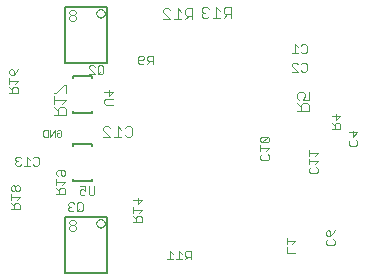
<source format=gbo>
G75*
%MOIN*%
%OFA0B0*%
%FSLAX25Y25*%
%IPPOS*%
%LPD*%
%AMOC8*
5,1,8,0,0,1.08239X$1,22.5*
%
%ADD10C,0.00300*%
%ADD11C,0.00500*%
%ADD12C,0.00200*%
%ADD13C,0.00400*%
D10*
X0052275Y0049147D02*
X0055177Y0049147D01*
X0055177Y0050598D01*
X0054694Y0051082D01*
X0053726Y0051082D01*
X0053242Y0050598D01*
X0053242Y0049147D01*
X0053242Y0050114D02*
X0052275Y0051082D01*
X0052275Y0052093D02*
X0052275Y0054028D01*
X0052275Y0053061D02*
X0055177Y0053061D01*
X0054210Y0052093D01*
X0053726Y0055040D02*
X0053726Y0056975D01*
X0052275Y0056491D02*
X0055177Y0056491D01*
X0053726Y0055040D01*
X0039325Y0058488D02*
X0038841Y0058004D01*
X0037873Y0058004D01*
X0037390Y0058488D01*
X0037390Y0060906D01*
X0036378Y0060906D02*
X0036378Y0059455D01*
X0035411Y0059939D01*
X0034927Y0059939D01*
X0034443Y0059455D01*
X0034443Y0058488D01*
X0034927Y0058004D01*
X0035894Y0058004D01*
X0036378Y0058488D01*
X0035009Y0055599D02*
X0034042Y0055599D01*
X0033558Y0055115D01*
X0033558Y0053180D01*
X0034042Y0052697D01*
X0035009Y0052697D01*
X0035493Y0053180D01*
X0035493Y0055115D01*
X0035009Y0055599D01*
X0032547Y0055115D02*
X0032063Y0055599D01*
X0031095Y0055599D01*
X0030612Y0055115D01*
X0030612Y0054632D01*
X0031095Y0054148D01*
X0030612Y0053664D01*
X0030612Y0053180D01*
X0031095Y0052697D01*
X0032063Y0052697D01*
X0032547Y0053180D01*
X0033558Y0052697D02*
X0034526Y0053664D01*
X0031579Y0054148D02*
X0031095Y0054148D01*
X0029552Y0058522D02*
X0029552Y0059973D01*
X0029069Y0060457D01*
X0028101Y0060457D01*
X0027617Y0059973D01*
X0027617Y0058522D01*
X0026650Y0058522D02*
X0029552Y0058522D01*
X0027617Y0059489D02*
X0026650Y0060457D01*
X0026650Y0061468D02*
X0026650Y0063403D01*
X0026650Y0062436D02*
X0029552Y0062436D01*
X0028585Y0061468D01*
X0028585Y0064415D02*
X0028101Y0064899D01*
X0028101Y0066350D01*
X0027134Y0066350D02*
X0029069Y0066350D01*
X0029552Y0065866D01*
X0029552Y0064899D01*
X0029069Y0064415D01*
X0028585Y0064415D01*
X0027134Y0064415D02*
X0026650Y0064899D01*
X0026650Y0065866D01*
X0027134Y0066350D01*
X0020815Y0068305D02*
X0020331Y0067822D01*
X0019363Y0067822D01*
X0018880Y0068305D01*
X0017868Y0067822D02*
X0015933Y0067822D01*
X0016901Y0067822D02*
X0016901Y0070724D01*
X0017868Y0069757D01*
X0018880Y0070240D02*
X0019363Y0070724D01*
X0020331Y0070724D01*
X0020815Y0070240D01*
X0020815Y0068305D01*
X0014922Y0068305D02*
X0014438Y0067822D01*
X0013470Y0067822D01*
X0012987Y0068305D01*
X0012987Y0068789D01*
X0013470Y0069273D01*
X0013954Y0069273D01*
X0013470Y0069273D02*
X0012987Y0069757D01*
X0012987Y0070240D01*
X0013470Y0070724D01*
X0014438Y0070724D01*
X0014922Y0070240D01*
X0013994Y0061260D02*
X0013510Y0061260D01*
X0013026Y0060776D01*
X0013026Y0059809D01*
X0013510Y0059325D01*
X0013994Y0059325D01*
X0014477Y0059809D01*
X0014477Y0060776D01*
X0013994Y0061260D01*
X0013026Y0060776D02*
X0012542Y0061260D01*
X0012059Y0061260D01*
X0011575Y0060776D01*
X0011575Y0059809D01*
X0012059Y0059325D01*
X0012542Y0059325D01*
X0013026Y0059809D01*
X0011575Y0058314D02*
X0011575Y0056379D01*
X0011575Y0057346D02*
X0014477Y0057346D01*
X0013510Y0056379D01*
X0013994Y0055367D02*
X0013026Y0055367D01*
X0012542Y0054883D01*
X0012542Y0053432D01*
X0011575Y0053432D02*
X0014477Y0053432D01*
X0014477Y0054883D01*
X0013994Y0055367D01*
X0012542Y0054400D02*
X0011575Y0055367D01*
X0034443Y0060906D02*
X0036378Y0060906D01*
X0039325Y0060906D02*
X0039325Y0058488D01*
X0042140Y0077272D02*
X0044609Y0077272D01*
X0042140Y0079741D01*
X0042140Y0080358D01*
X0042757Y0080975D01*
X0043992Y0080975D01*
X0044609Y0080358D01*
X0047057Y0080975D02*
X0047057Y0077272D01*
X0045823Y0077272D02*
X0048292Y0077272D01*
X0049506Y0077889D02*
X0050123Y0077272D01*
X0051358Y0077272D01*
X0051975Y0077889D01*
X0051975Y0080358D01*
X0051358Y0080975D01*
X0050123Y0080975D01*
X0049506Y0080358D01*
X0048292Y0079741D02*
X0047057Y0080975D01*
X0045620Y0088103D02*
X0043202Y0088103D01*
X0042718Y0088587D01*
X0042718Y0089555D01*
X0043202Y0090038D01*
X0045620Y0090038D01*
X0044169Y0091050D02*
X0044169Y0092985D01*
X0042718Y0092501D02*
X0045620Y0092501D01*
X0044169Y0091050D01*
X0041884Y0098322D02*
X0040917Y0098322D01*
X0040433Y0098805D01*
X0040433Y0100740D01*
X0040917Y0101224D01*
X0041884Y0101224D01*
X0042368Y0100740D01*
X0042368Y0098805D01*
X0041884Y0098322D01*
X0041401Y0099289D02*
X0040433Y0098322D01*
X0039422Y0098322D02*
X0037487Y0100257D01*
X0037487Y0100740D01*
X0037970Y0101224D01*
X0038938Y0101224D01*
X0039422Y0100740D01*
X0039422Y0098322D02*
X0037487Y0098322D01*
X0029728Y0094607D02*
X0029728Y0092138D01*
X0029728Y0094607D02*
X0029111Y0094607D01*
X0026642Y0092138D01*
X0026025Y0092138D01*
X0026025Y0090924D02*
X0026025Y0088455D01*
X0026025Y0087241D02*
X0027259Y0086006D01*
X0027259Y0086623D02*
X0027259Y0084772D01*
X0026025Y0084772D02*
X0029728Y0084772D01*
X0029728Y0086623D01*
X0029111Y0087241D01*
X0027877Y0087241D01*
X0027259Y0086623D01*
X0028494Y0088455D02*
X0029728Y0089689D01*
X0026025Y0089689D01*
X0013852Y0092182D02*
X0013852Y0093633D01*
X0013369Y0094117D01*
X0012401Y0094117D01*
X0011917Y0093633D01*
X0011917Y0092182D01*
X0010950Y0092182D02*
X0013852Y0092182D01*
X0011917Y0093150D02*
X0010950Y0094117D01*
X0010950Y0095129D02*
X0010950Y0097064D01*
X0010950Y0096096D02*
X0013852Y0096096D01*
X0012885Y0095129D01*
X0012401Y0098075D02*
X0011434Y0098075D01*
X0010950Y0098559D01*
X0010950Y0099526D01*
X0011434Y0100010D01*
X0011917Y0100010D01*
X0012401Y0099526D01*
X0012401Y0098075D01*
X0013369Y0099043D01*
X0013852Y0100010D01*
X0053969Y0102130D02*
X0053969Y0104065D01*
X0054452Y0104549D01*
X0055420Y0104549D01*
X0055903Y0104065D01*
X0055903Y0103582D01*
X0055420Y0103098D01*
X0053969Y0103098D01*
X0053969Y0102130D02*
X0054452Y0101647D01*
X0055420Y0101647D01*
X0055903Y0102130D01*
X0056915Y0101647D02*
X0057883Y0102614D01*
X0057399Y0102614D02*
X0058850Y0102614D01*
X0058850Y0101647D02*
X0058850Y0104549D01*
X0057399Y0104549D01*
X0056915Y0104065D01*
X0056915Y0103098D01*
X0057399Y0102614D01*
X0062140Y0116647D02*
X0064609Y0116647D01*
X0062140Y0119116D01*
X0062140Y0119733D01*
X0062757Y0120350D01*
X0063992Y0120350D01*
X0064609Y0119733D01*
X0067057Y0120350D02*
X0067057Y0116647D01*
X0065823Y0116647D02*
X0068292Y0116647D01*
X0069506Y0116647D02*
X0070741Y0117881D01*
X0070123Y0117881D02*
X0071975Y0117881D01*
X0071975Y0116647D02*
X0071975Y0120350D01*
X0070123Y0120350D01*
X0069506Y0119733D01*
X0069506Y0118498D01*
X0070123Y0117881D01*
X0068292Y0119116D02*
X0067057Y0120350D01*
X0075064Y0120108D02*
X0075064Y0119491D01*
X0075682Y0118873D01*
X0075064Y0118256D01*
X0075064Y0117639D01*
X0075682Y0117022D01*
X0076916Y0117022D01*
X0077533Y0117639D01*
X0078748Y0117022D02*
X0081216Y0117022D01*
X0082431Y0117022D02*
X0083665Y0118256D01*
X0083048Y0118256D02*
X0084899Y0118256D01*
X0084899Y0117022D02*
X0084899Y0120725D01*
X0083048Y0120725D01*
X0082431Y0120108D01*
X0082431Y0118873D01*
X0083048Y0118256D01*
X0081216Y0119491D02*
X0079982Y0120725D01*
X0079982Y0117022D01*
X0077533Y0120108D02*
X0076916Y0120725D01*
X0075682Y0120725D01*
X0075064Y0120108D01*
X0075682Y0118873D02*
X0076299Y0118873D01*
X0105219Y0105397D02*
X0107153Y0105397D01*
X0106186Y0105397D02*
X0106186Y0108299D01*
X0107153Y0107332D01*
X0108165Y0107815D02*
X0108649Y0108299D01*
X0109616Y0108299D01*
X0110100Y0107815D01*
X0110100Y0105880D01*
X0109616Y0105397D01*
X0108649Y0105397D01*
X0108165Y0105880D01*
X0108649Y0102049D02*
X0108165Y0101565D01*
X0108649Y0102049D02*
X0109616Y0102049D01*
X0110100Y0101565D01*
X0110100Y0099630D01*
X0109616Y0099147D01*
X0108649Y0099147D01*
X0108165Y0099630D01*
X0107153Y0099147D02*
X0105219Y0101082D01*
X0105219Y0101565D01*
X0105702Y0102049D01*
X0106670Y0102049D01*
X0107153Y0101565D01*
X0107153Y0099147D02*
X0105219Y0099147D01*
X0107642Y0092307D02*
X0107025Y0091690D01*
X0107025Y0090456D01*
X0107642Y0089839D01*
X0108877Y0089839D02*
X0109494Y0091073D01*
X0109494Y0091690D01*
X0108877Y0092307D01*
X0107642Y0092307D01*
X0108877Y0089839D02*
X0110728Y0089839D01*
X0110728Y0092307D01*
X0110111Y0088624D02*
X0108877Y0088624D01*
X0108259Y0088007D01*
X0108259Y0086155D01*
X0107025Y0086155D02*
X0110728Y0086155D01*
X0110728Y0088007D01*
X0110111Y0088624D01*
X0108259Y0087390D02*
X0107025Y0088624D01*
X0097119Y0077510D02*
X0095184Y0077510D01*
X0094700Y0077026D01*
X0094700Y0076059D01*
X0095184Y0075575D01*
X0097119Y0077510D01*
X0097602Y0077026D01*
X0097602Y0076059D01*
X0097119Y0075575D01*
X0095184Y0075575D01*
X0094700Y0074564D02*
X0094700Y0072629D01*
X0094700Y0073596D02*
X0097602Y0073596D01*
X0096635Y0072629D01*
X0097119Y0071617D02*
X0097602Y0071133D01*
X0097602Y0070166D01*
X0097119Y0069682D01*
X0095184Y0069682D01*
X0094700Y0070166D01*
X0094700Y0071133D01*
X0095184Y0071617D01*
X0110950Y0071200D02*
X0110950Y0073135D01*
X0110950Y0072168D02*
X0113852Y0072168D01*
X0112885Y0071200D01*
X0110950Y0070189D02*
X0110950Y0068254D01*
X0110950Y0069221D02*
X0113852Y0069221D01*
X0112885Y0068254D01*
X0113369Y0067242D02*
X0113852Y0066758D01*
X0113852Y0065791D01*
X0113369Y0065307D01*
X0111434Y0065307D01*
X0110950Y0065791D01*
X0110950Y0066758D01*
X0111434Y0067242D01*
X0118450Y0080129D02*
X0121352Y0080129D01*
X0121352Y0081580D01*
X0120869Y0082064D01*
X0119901Y0082064D01*
X0119417Y0081580D01*
X0119417Y0080129D01*
X0119417Y0081096D02*
X0118450Y0082064D01*
X0119901Y0083075D02*
X0119901Y0085010D01*
X0118450Y0084526D02*
X0121352Y0084526D01*
X0119901Y0083075D01*
X0124075Y0078901D02*
X0126977Y0078901D01*
X0125526Y0077450D01*
X0125526Y0079385D01*
X0124559Y0076439D02*
X0124075Y0075955D01*
X0124075Y0074987D01*
X0124559Y0074504D01*
X0126494Y0074504D01*
X0126977Y0074987D01*
X0126977Y0075955D01*
X0126494Y0076439D01*
X0119477Y0046260D02*
X0118994Y0045293D01*
X0118026Y0044325D01*
X0118026Y0045776D01*
X0117542Y0046260D01*
X0117059Y0046260D01*
X0116575Y0045776D01*
X0116575Y0044809D01*
X0117059Y0044325D01*
X0118026Y0044325D01*
X0117059Y0043314D02*
X0116575Y0042830D01*
X0116575Y0041862D01*
X0117059Y0041379D01*
X0118994Y0041379D01*
X0119477Y0041862D01*
X0119477Y0042830D01*
X0118994Y0043314D01*
X0106352Y0042793D02*
X0103450Y0042793D01*
X0103450Y0043760D02*
X0103450Y0041825D01*
X0103450Y0040814D02*
X0103450Y0038879D01*
X0106352Y0038879D01*
X0105385Y0041825D02*
X0106352Y0042793D01*
X0071440Y0039474D02*
X0071440Y0036572D01*
X0071440Y0037539D02*
X0069988Y0037539D01*
X0069505Y0038023D01*
X0069505Y0038990D01*
X0069988Y0039474D01*
X0071440Y0039474D01*
X0070472Y0037539D02*
X0069505Y0036572D01*
X0068493Y0036572D02*
X0066558Y0036572D01*
X0067526Y0036572D02*
X0067526Y0039474D01*
X0068493Y0038507D01*
X0065547Y0038507D02*
X0064579Y0039474D01*
X0064579Y0036572D01*
X0063612Y0036572D02*
X0065547Y0036572D01*
D11*
X0029400Y0032197D02*
X0029400Y0050797D01*
X0043600Y0050797D01*
X0043600Y0032197D01*
X0029400Y0032197D01*
X0032061Y0062808D02*
X0038439Y0062808D01*
X0038400Y0062894D02*
X0038400Y0063485D01*
X0032100Y0063485D02*
X0032100Y0062894D01*
X0032100Y0074509D02*
X0032100Y0075296D01*
X0032061Y0075186D02*
X0038439Y0075186D01*
X0038400Y0075099D02*
X0038400Y0074509D01*
X0038439Y0085308D02*
X0032061Y0085308D01*
X0032100Y0085394D02*
X0032100Y0085985D01*
X0038400Y0085985D02*
X0038400Y0085394D01*
X0038400Y0097009D02*
X0038400Y0097599D01*
X0038439Y0097686D02*
X0032061Y0097686D01*
X0032100Y0097796D02*
X0032100Y0097009D01*
X0029400Y0102197D02*
X0029400Y0120797D01*
X0043600Y0120797D01*
X0043600Y0102197D01*
X0029400Y0102197D01*
D12*
X0040000Y0118597D02*
X0040002Y0118672D01*
X0040008Y0118746D01*
X0040018Y0118820D01*
X0040032Y0118893D01*
X0040049Y0118965D01*
X0040071Y0119037D01*
X0040096Y0119107D01*
X0040125Y0119175D01*
X0040158Y0119243D01*
X0040194Y0119308D01*
X0040233Y0119371D01*
X0040276Y0119432D01*
X0040322Y0119491D01*
X0040371Y0119547D01*
X0040423Y0119600D01*
X0040478Y0119651D01*
X0040535Y0119698D01*
X0040595Y0119743D01*
X0040657Y0119784D01*
X0040722Y0119822D01*
X0040788Y0119856D01*
X0040856Y0119887D01*
X0040925Y0119914D01*
X0040996Y0119937D01*
X0041068Y0119957D01*
X0041141Y0119973D01*
X0041214Y0119985D01*
X0041288Y0119993D01*
X0041363Y0119997D01*
X0041437Y0119997D01*
X0041512Y0119993D01*
X0041586Y0119985D01*
X0041659Y0119973D01*
X0041732Y0119957D01*
X0041804Y0119937D01*
X0041875Y0119914D01*
X0041944Y0119887D01*
X0042012Y0119856D01*
X0042078Y0119822D01*
X0042143Y0119784D01*
X0042205Y0119743D01*
X0042265Y0119698D01*
X0042322Y0119651D01*
X0042377Y0119600D01*
X0042429Y0119547D01*
X0042478Y0119491D01*
X0042524Y0119432D01*
X0042567Y0119371D01*
X0042606Y0119308D01*
X0042642Y0119243D01*
X0042675Y0119175D01*
X0042704Y0119107D01*
X0042729Y0119037D01*
X0042751Y0118965D01*
X0042768Y0118893D01*
X0042782Y0118820D01*
X0042792Y0118746D01*
X0042798Y0118672D01*
X0042800Y0118597D01*
X0042798Y0118522D01*
X0042792Y0118448D01*
X0042782Y0118374D01*
X0042768Y0118301D01*
X0042751Y0118229D01*
X0042729Y0118157D01*
X0042704Y0118087D01*
X0042675Y0118019D01*
X0042642Y0117951D01*
X0042606Y0117886D01*
X0042567Y0117823D01*
X0042524Y0117762D01*
X0042478Y0117703D01*
X0042429Y0117647D01*
X0042377Y0117594D01*
X0042322Y0117543D01*
X0042265Y0117496D01*
X0042205Y0117451D01*
X0042143Y0117410D01*
X0042078Y0117372D01*
X0042012Y0117338D01*
X0041944Y0117307D01*
X0041875Y0117280D01*
X0041804Y0117257D01*
X0041732Y0117237D01*
X0041659Y0117221D01*
X0041586Y0117209D01*
X0041512Y0117201D01*
X0041437Y0117197D01*
X0041363Y0117197D01*
X0041288Y0117201D01*
X0041214Y0117209D01*
X0041141Y0117221D01*
X0041068Y0117237D01*
X0040996Y0117257D01*
X0040925Y0117280D01*
X0040856Y0117307D01*
X0040788Y0117338D01*
X0040722Y0117372D01*
X0040657Y0117410D01*
X0040595Y0117451D01*
X0040535Y0117496D01*
X0040478Y0117543D01*
X0040423Y0117594D01*
X0040371Y0117647D01*
X0040322Y0117703D01*
X0040276Y0117762D01*
X0040233Y0117823D01*
X0040194Y0117886D01*
X0040158Y0117951D01*
X0040125Y0118019D01*
X0040096Y0118087D01*
X0040071Y0118157D01*
X0040049Y0118229D01*
X0040032Y0118301D01*
X0040018Y0118374D01*
X0040008Y0118448D01*
X0040002Y0118522D01*
X0040000Y0118597D01*
X0027908Y0079674D02*
X0027174Y0079674D01*
X0026807Y0079307D01*
X0026807Y0078573D02*
X0027541Y0078573D01*
X0026807Y0078573D02*
X0026807Y0077839D01*
X0027174Y0077472D01*
X0027908Y0077472D01*
X0028275Y0077839D01*
X0028275Y0079307D01*
X0027908Y0079674D01*
X0026065Y0079674D02*
X0024597Y0077472D01*
X0024597Y0079674D01*
X0023855Y0079674D02*
X0022754Y0079674D01*
X0022387Y0079307D01*
X0022387Y0077839D01*
X0022754Y0077472D01*
X0023855Y0077472D01*
X0023855Y0079674D01*
X0026065Y0079674D02*
X0026065Y0077472D01*
X0040000Y0048597D02*
X0040002Y0048672D01*
X0040008Y0048746D01*
X0040018Y0048820D01*
X0040032Y0048893D01*
X0040049Y0048965D01*
X0040071Y0049037D01*
X0040096Y0049107D01*
X0040125Y0049175D01*
X0040158Y0049243D01*
X0040194Y0049308D01*
X0040233Y0049371D01*
X0040276Y0049432D01*
X0040322Y0049491D01*
X0040371Y0049547D01*
X0040423Y0049600D01*
X0040478Y0049651D01*
X0040535Y0049698D01*
X0040595Y0049743D01*
X0040657Y0049784D01*
X0040722Y0049822D01*
X0040788Y0049856D01*
X0040856Y0049887D01*
X0040925Y0049914D01*
X0040996Y0049937D01*
X0041068Y0049957D01*
X0041141Y0049973D01*
X0041214Y0049985D01*
X0041288Y0049993D01*
X0041363Y0049997D01*
X0041437Y0049997D01*
X0041512Y0049993D01*
X0041586Y0049985D01*
X0041659Y0049973D01*
X0041732Y0049957D01*
X0041804Y0049937D01*
X0041875Y0049914D01*
X0041944Y0049887D01*
X0042012Y0049856D01*
X0042078Y0049822D01*
X0042143Y0049784D01*
X0042205Y0049743D01*
X0042265Y0049698D01*
X0042322Y0049651D01*
X0042377Y0049600D01*
X0042429Y0049547D01*
X0042478Y0049491D01*
X0042524Y0049432D01*
X0042567Y0049371D01*
X0042606Y0049308D01*
X0042642Y0049243D01*
X0042675Y0049175D01*
X0042704Y0049107D01*
X0042729Y0049037D01*
X0042751Y0048965D01*
X0042768Y0048893D01*
X0042782Y0048820D01*
X0042792Y0048746D01*
X0042798Y0048672D01*
X0042800Y0048597D01*
X0042798Y0048522D01*
X0042792Y0048448D01*
X0042782Y0048374D01*
X0042768Y0048301D01*
X0042751Y0048229D01*
X0042729Y0048157D01*
X0042704Y0048087D01*
X0042675Y0048019D01*
X0042642Y0047951D01*
X0042606Y0047886D01*
X0042567Y0047823D01*
X0042524Y0047762D01*
X0042478Y0047703D01*
X0042429Y0047647D01*
X0042377Y0047594D01*
X0042322Y0047543D01*
X0042265Y0047496D01*
X0042205Y0047451D01*
X0042143Y0047410D01*
X0042078Y0047372D01*
X0042012Y0047338D01*
X0041944Y0047307D01*
X0041875Y0047280D01*
X0041804Y0047257D01*
X0041732Y0047237D01*
X0041659Y0047221D01*
X0041586Y0047209D01*
X0041512Y0047201D01*
X0041437Y0047197D01*
X0041363Y0047197D01*
X0041288Y0047201D01*
X0041214Y0047209D01*
X0041141Y0047221D01*
X0041068Y0047237D01*
X0040996Y0047257D01*
X0040925Y0047280D01*
X0040856Y0047307D01*
X0040788Y0047338D01*
X0040722Y0047372D01*
X0040657Y0047410D01*
X0040595Y0047451D01*
X0040535Y0047496D01*
X0040478Y0047543D01*
X0040423Y0047594D01*
X0040371Y0047647D01*
X0040322Y0047703D01*
X0040276Y0047762D01*
X0040233Y0047823D01*
X0040194Y0047886D01*
X0040158Y0047951D01*
X0040125Y0048019D01*
X0040096Y0048087D01*
X0040071Y0048157D01*
X0040049Y0048229D01*
X0040032Y0048301D01*
X0040018Y0048374D01*
X0040008Y0048448D01*
X0040002Y0048522D01*
X0040000Y0048597D01*
D13*
X0033300Y0048599D02*
X0032699Y0047998D01*
X0031498Y0047998D01*
X0030898Y0047398D01*
X0030898Y0046797D01*
X0031498Y0046197D01*
X0032699Y0046197D01*
X0033300Y0046797D01*
X0033300Y0047398D01*
X0032699Y0047998D01*
X0033300Y0048599D02*
X0033300Y0049199D01*
X0032699Y0049800D01*
X0031498Y0049800D01*
X0030898Y0049199D01*
X0030898Y0048599D01*
X0031498Y0047998D01*
X0031498Y0116197D02*
X0032699Y0116197D01*
X0033300Y0116797D01*
X0033300Y0117398D01*
X0032699Y0117998D01*
X0031498Y0117998D01*
X0030898Y0117398D01*
X0030898Y0116797D01*
X0031498Y0116197D01*
X0031498Y0117998D02*
X0030898Y0118599D01*
X0030898Y0119199D01*
X0031498Y0119800D01*
X0032699Y0119800D01*
X0033300Y0119199D01*
X0033300Y0118599D01*
X0032699Y0117998D01*
M02*

</source>
